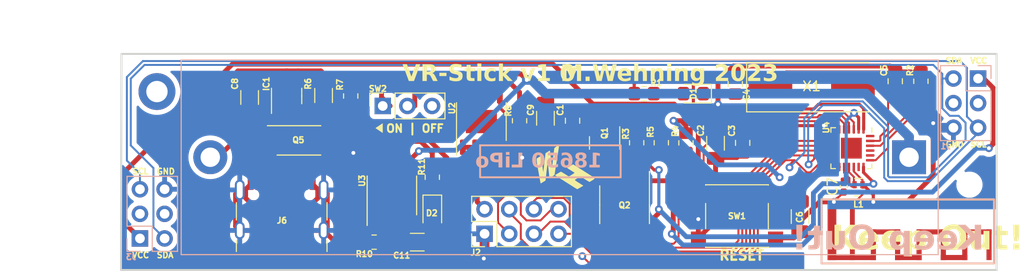
<source format=kicad_pcb>
(kicad_pcb (version 20221018) (generator pcbnew)
  (layers (0 "F.Cu" signal) (31 "B.Cu" signal) (34 "B.Paste" user) (35 "F.Paste" user) (36 "B.SilkS" user "B.Silkscreen") (37 "F.SilkS" user "F.Silkscreen") (38 "B.Mask" user) (39 "F.Mask" user) (44 "Edge.Cuts" user))
  (net 0 "")
  (net 1 "GND")
  (net 2 "+3V3")
  (net 3 "Net-(U4-DEC1)")
  (net 4 "Net-(U4-DEC2)")
  (net 5 "/RST")
  (net 6 "/V_PA")
  (net 7 "-BATT")
  (net 8 "Net-(IC1-VDD)")
  (net 9 "Net-(C9-Pad2)")
  (net 10 "Net-(D1-A)")
  (net 11 "Net-(D2-K)")
  (net 13 "Net-(IC1-OD)")
  (net 14 "Net-(IC1-CS)")
  (net 15 "Net-(IC1-OC)")
  (net 17 "VBUS")
  (net 18 "/SD0")
  (net 21 "/MISO")
  (net 22 "/PROG")
  (net 23 "/CSN")
  (net 24 "/MOSI")
  (net 25 "/SCK")
  (net 28 "/B+")
  (net 29 "/ANT2")
  (net 30 "/ANT1")
  (net 32 "Net-(Q1-B)")
  (net 33 "Net-(Q1-C)")
  (net 35 "/LED")
  (net 36 "/CTRL")
  (net 37 "Net-(U2-CE)")
  (net 38 "Net-(U3-PROG)")
  (net 39 "Net-(U3-~{CHRG})")
  (net 44 "Net-(AE1-A)")
  (net 46 "/VUSB")
  (net 47 "Net-(U4-XC2)")
  (net 48 "Net-(U4-XC1)")
  (net 49 "Net-(U4-IREF)")
  (footprint "Package_SO:HTSOP-8-1EP_3.9x4.9mm_P1.27mm_EP2.4x3.2mm" (layer "F.Cu") (at 56.134 24.728 90)
    (fp_text reference "U2")
    (fp_text value "XC6220B331QR-G")
  )
  (footprint "LED_SMD:LED_0805_2012Metric_Pad1.15x1.40mm_HandSolder" (layer "F.Cu") (at 51.0794 34.1768 -90)
    (fp_text reference "D2")
    (fp_text value "RED")
  )
  (footprint "Capacitor_SMD:C_0805_2012Metric_Pad1.18x1.45mm_HandSolder" (layer "F.Cu") (at 82.296 20.8495 90)
    (fp_text reference "C4")
    (fp_text value "15pF")
  )
  (footprint "Capacitor_SMD:C_0805_2012Metric_Pad1.18x1.45mm_HandSolder" (layer "F.Cu") (at 98.7806 20.5624 -90)
    (fp_text reference "C5")
    (fp_text value "15pF")
  )
  (footprint "Capacitor_SMD:C_0805_2012Metric_Pad1.18x1.45mm_HandSolder" (layer "F.Cu") (at 83.058 26.924 90)
    (fp_text reference "C3")
    (fp_text value "33nF")
  )
  (footprint "Resistor_SMD:R_0805_2012Metric_Pad1.20x1.40mm_HandSolder" (layer "F.Cu") (at 101.4222 20.5624 -90)
    (fp_text reference "R2")
    (fp_text value "22k 1%")
  )
  (footprint "RF_Converter:Balun_Johanson_1.6x0.8mm" (layer "F.Cu") (at 94.996 31.496 180)
    (fp_text reference "L1")
    (fp_text value "~")
  )
  (footprint "Resistor_SMD:R_0805_2012Metric_Pad1.20x1.40mm_HandSolder" (layer "F.Cu") (at 72.136 26.9124 90)
    (fp_text reference "R3")
    (fp_text value "33k")
  )
  (footprint "Resistor_SMD:R_0805_2012Metric_Pad1.20x1.40mm_HandSolder" (layer "F.Cu") (at 77.216 26.924 -90)
    (fp_text reference "R4")
    (fp_text value "3.3k")
  )
  (footprint "FS8205A:SOP65P640X120-8N" (layer "F.Cu") (at 37.338 26.67)
    (fp_text reference "Q5")
    (fp_text value "FS8205A")
  )
  (footprint "Resistor_SMD:R_0805_2012Metric_Pad1.20x1.40mm_HandSolder" (layer "F.Cu") (at 74.676 26.9124 -90)
    (fp_text reference "R5")
    (fp_text value "100k")
  )
  (footprint "Capacitor_SMD:C_1206_3216Metric_Pad1.33x1.80mm_HandSolder" (layer "F.Cu") (at 62.738 24.384 90)
    (fp_text reference "C9")
    (fp_text value "100nF")
  )
  (footprint "Resistor_SMD:R_0805_2012Metric_Pad1.20x1.40mm_HandSolder" (layer "F.Cu") (at 72.898 21.844)
    (fp_text reference "R1")
    (fp_text value "180")
  )
  (footprint "Resistor_SMD:R_0805_2012Metric_Pad1.20x1.40mm_HandSolder" (layer "F.Cu") (at 60.071 24.638 -90)
    (fp_text reference "R8")
    (fp_text value "10k")
  )
  (footprint "Capacitor_SMD:C_0805_2012Metric_Pad1.18x1.45mm_HandSolder" (layer "F.Cu") (at 65.532 24.638 -90)
    (fp_text reference "C1")
    (fp_text value "100nF")
  )
  (footprint "Capacitor_SMD:C_1206_3216Metric_Pad1.33x1.80mm_HandSolder" (layer "F.Cu") (at 32.258 22.2388 -90)
    (fp_text reference "C8")
    (fp_text value "100nF")
  )
  (footprint "TP4056:SOP127P600X175-9N" (layer "F.Cu") (at 46.9138 32.348 90)
    (fp_text reference "U3")
    (fp_text value "TP4056")
  )
  (footprint "Resistor_SMD:R_0805_2012Metric_Pad1.20x1.40mm_HandSolder" (layer "F.Cu") (at 45.085 37.174 180)
    (fp_text reference "R10")
    (fp_text value "R_PROG")
  )
  (footprint "Crystal:Crystal_SMD_HC49-SD" (layer "F.Cu") (at 90.17 21.172)
    (fp_text reference "X1")
    (fp_text value "16MHz")
  )
  (footprint "Capacitor_SMD:C_1206_3216Metric_Pad1.33x1.80mm_HandSolder" (layer "F.Cu") (at 80.264 26.9632 90)
    (fp_text reference "C2")
    (fp_text value "100nF")
  )
  (footprint "Connector_PinSocket_2.54mm:PinSocket_1x03_P2.54mm_Vertical" (layer "F.Cu") (at 45.974 23.114 90)
    (fp_text reference "SW2")
    (fp_text value "POWER")
  )
  (footprint "Resistor_SMD:R_0805_2012Metric_Pad1.20x1.40mm_HandSolder" (layer "F.Cu") (at 51.0794 30.4684 90)
    (fp_text reference "R11")
    (fp_text value "180")
  )
  (footprint "Resistor_SMD:R_1206_3216Metric_Pad1.30x1.75mm_HandSolder" (layer "F.Cu") (at 39.878 22.0356 90)
    (fp_text reference "R6")
    (fp_text value "100")
  )
  (footprint "Capacitor_SMD:C_1206_3216Metric_Pad1.33x1.80mm_HandSolder" (layer "F.Cu") (at 49.53 37.174 180)
    (fp_text reference "C11")
    (fp_text value "100nF")
  )
  (footprint "Capacitor_SMD:C_0402_1005Metric_Pad0.74x0.62mm_HandSolder" (layer "F.Cu") (at 93.472 31.4365 90)
    (fp_text reference "C7")
    (fp_text value "2.2nF")
  )
  (footprint "Package_SO:SOIC-8_3.9x4.9mm_P1.27mm" (layer "F.Cu") (at 70.8914 33.3132 -90)
    (fp_text reference "Q2")
    (fp_text value "IRF7404")
  )
  (footprint "Package_DFN_QFN:QFN-24-1EP_4x4mm_P0.5mm_EP2.15x2.15mm" (layer "F.Cu") (at 94.2594 27.4712 -90)
    (fp_text reference "U4")
    (fp_text value "~")
  )
  (footprint "MountingHole:MountingHole_2.2mm_M2_DIN965" (layer "F.Cu") (at 106.426 31.242)
    (fp_text reference "REF**" hide)
    (fp_text value "MountingHole_2.2mm_M2_DIN965" hide)
  )
  (footprint "Capacitor_SMD:C_1206_3216Metric_Pad1.33x1.80mm_HandSolder" (layer "F.Cu") (at 88.9762 34.5324 -90)
    (fp_text reference "C6")
    (fp_text value "100nF")
  )
  (footprint "Package_TO_SOT_SMD:SOT-23" (layer "F.Cu") (at 68.834 26.9355 -90)
    (fp_text reference "Q1")
    (fp_text value "BC847")
  )
  (footprint "Package_TO_SOT_SMD:SOT-23-6" (layer "F.Cu") (at 36.068 22.0864 90)
    (fp_text reference "IC1")
    (fp_text value "DW01A")
  )
  (footprint "Connector_PinHeader_2.54mm:PinHeader_2x04_P2.54mm_Vertical" (layer "F.Cu") (at 56.4642 36.3104 90)
    (fp_text reference "J2")
    (fp_text value "Conn_02x04_Odd_Even" hide)
  )
  (footprint "Button_Switch_SMD:SW_Push_1P1T_NO_6x6mm_H9.5mm" (layer "F.Cu") (at 82.4738 34.4816)
    (fp_text reference "SW1")
    (fp_text value "RESET")
  )
  (footprint "Resistor_SMD:R_0805_2012Metric_Pad1.20x1.40mm_HandSolder" (layer "F.Cu") (at 42.672 22.0864 -90)
    (fp_text reference "R7")
    (fp_text value "1k")
  )
  (footprint "LED_SMD:LED_0805_2012Metric_Pad1.15x1.40mm_HandSolder" (layer "F.Cu") (at 77.978 21.844 180)
    (fp_text reference "D1")
    (fp_text value "BLUE")
  )
  (footprint "Connector_USB:USB_C_Receptacle_GCT_USB4105-xx-A_16P_TopMnt_Horizontal" (layer "F.Cu") (at 35.56 34.888)
    (fp_text reference "J6")
    (fp_text value "USB_C_Receptacle_PowerOnly_6P" hide)
  )
  (footprint "MountingHole:MountingHole_2.2mm_M2_DIN965_Pad_TopBottom" (layer "F.Cu") (at 22.7076 21.6292)
    (fp_text reference "REF**" hide)
    (fp_text value "MountingHole_2.2mm_M2_DIN965_Pad_TopBottom" hide)
  )
  (footprint "Battery:BatteryHolder_MPD_BH-18650-PC2" (layer "B.Cu") (at 100.203 28.411 180)
    (fp_text reference "J4" hide)
    (fp_text value "Conn_01x02_Pin")
  )
  (footprint "Connector_PinHeader_2.54mm:PinHeader_2x03_P2.54mm_Vertical" (layer "B.Cu") (at 107.315 20.283 180)
    (fp_text reference "J1")
    (fp_text value "I2C Port")
  )
  (footprint "Connector_PinHeader_2.54mm:PinHeader_2x03_P2.54mm_Vertical" (layer "B.Cu") (at 20.955 36.793)
    (fp_text reference "J3")
    (fp_text value "I2C Port")
  )
  (gr_poly (pts (xy 94.112 33.617) (xy 94.294416 33.236552) (xy 94.488 33.274) (xy 94.612 33.617)) (fill solid) (layer "F.Cu"))
  (gr_rect (start 91.81 38.527) (end 96.79 39.027) (fill solid) (layer "F.Cu"))
  (gr_rect (start 94.112 33.617) (end 94.612 39.027) (fill solid) (layer "F.Cu"))
  (gr_rect (start 103.47 35.857) (end 104 39.027) (fill solid) (layer "F.Cu"))
  (gr_rect (start 105.68 35.857) (end 108.71 36.377) (fill solid) (layer "F.Cu"))
  (gr_rect (start 105.68 35.857) (end 106.21 39.027) (fill solid) (layer "F.Cu"))
  (gr_rect (start 100.97 35.857) (end 101.5 39.027) (fill solid) (layer "F.Cu"))
  (gr_rect (start 98.76 35.857) (end 99.29 39.027) (fill solid) (layer "F.Cu"))
  (gr_rect (start 96.26 35.857) (end 99.29 36.377) (fill solid) (layer "F.Cu"))
  (gr_rect (start 98.76 38.497) (end 101.5 39.027) (fill solid) (layer "F.Cu"))
  (gr_rect (start 96.26 35.857) (end 96.79 39.027) (fill solid) (layer "F.Cu"))
  (gr_rect (start 100.97 35.857) (end 104 36.377) (fill solid) (layer "F.Cu"))
  (gr_rect (start 91.81 33.617) (end 92.71 39.027) (fill solid) (layer "F.Cu"))
  (gr_rect (start 103.47 38.497) (end 106.21 39.027) (fill solid) (layer "F.Cu"))
  (gr_rect (start 108.18 35.857) (end 108.71 39.027) (fill solid) (layer "F.Cu"))
  (gr_poly (pts (xy 91.81 33.617) (xy 92.072973 32.959012) (xy 92.967525 32.368608) (xy 92.511304 33.245268) (xy 92.71 33.617) (xy 92.202 33.782)) (fill solid) (layer "F.Cu"))
  (gr_rect (start 56.007 27.178) (end 70.485 30.48) (stroke (width 0.2)) (fill none) (layer "B.SilkS"))
  (gr_rect (start 91.186 32.766) (end 108.966 39.37) (stroke (width 0.2)) (fill none) (layer "B.SilkS"))
  (gr_poly (pts (xy 66.135349 29.486848) (xy 67.083551 30.086166) (xy 67.632561 30.432591) (xy 67.654032 30.446313) (xy 67.673529 30.459158) (xy 67.691133 30.471212) (xy 67.706924 30.482563) (xy 67.720986 30.493298) (xy 67.733398 30.503504) (xy 67.744242 30.513269) (xy 67.7536 30.522678) (xy 67.761552 30.53182) (xy 67.76818 30.540782) (xy 67.773565 30.54965) (xy 67.777789 30.558512) (xy 67.780933 30.567456) (xy 67.783078 30.576567) (xy 67.784306 30.585933) (xy 67.784697 30.595642) (xy 67.784579 30.600862) (xy 67.784213 30.605971) (xy 67.783573 30.610987) (xy 67.782637 30.615932) (xy 67.781381 30.620825) (xy 67.779784 30.625687) (xy 67.77782 30.630537) (xy 67.775467 30.635397) (xy 67.772703 30.640286) (xy 67.769503 30.645225) (xy 67.765845 30.650233) (xy 67.761704 30.655332) (xy 67.757059 30.66054) (xy 67.751886 30.66588) (xy 67.746162 30.67137) (xy 67.739863 30.677031) (xy 67.732967 30.682884) (xy 67.725449 30.688948) (xy 67.717288 30.695243) (xy 67.708459 30.701791) (xy 67.688708 30.715723) (xy 67.666009 30.730906) (xy 67.640177 30.747502) (xy 67.611026 30.765672) (xy 67.578372 30.785578) (xy 67.542028 30.807384) (xy 67.446163 30.864234) (xy 67.364533 30.912059) (xy 67.305783 30.945833) (xy 67.278558 30.960531) (xy 67.27691 30.960594) (xy 67.274134 30.959922) (xy 67.265311 30.956446) (xy 67.252328 30.950245) (xy 67.235423 30.941458) (xy 67.190803 30.916694) (xy 67.133356 30.883281) (xy 67.064991 30.842346) (xy 66.987616 30.795018) (xy 66.903139 30.742422) (xy 66.813466 30.685687) (xy 66.638869 30.575646) (xy 66.491914 30.485447) (xy 66.388048 30.424406) (xy 66.357101 30.40773) (xy 66.347718 30.403363) (xy 66.342718 30.401836) (xy 66.332328 30.404969) (xy 66.312687 30.414084) (xy 66.250736 30.447202) (xy 66.16703 30.495073) (xy 66.071735 30.551579) (xy 65.975017 30.610606) (xy 65.887041 30.666036) (xy 65.817973 30.711752) (xy 65.793706 30.729056) (xy 65.777977 30.741638) (xy 65.775603 30.74418) (xy 65.774664 30.745535) (xy 65.773896 30.746951) (xy 65.773302 30.74843) (xy 65.772888 30.749975) (xy 65.772656 30.75159) (xy 65.772611 30.753278) (xy 65.772758 30.755042) (xy 65.773099 30.756885) (xy 65.774384 30.760819) (xy 65.776498 30.765106) (xy 65.779473 30.769771) (xy 65.783342 30.774839) (xy 65.788137 30.780334) (xy 65.793892 30.786281) (xy 65.800637 30.792705) (xy 65.808406 30.79963) (xy 65.817232 30.807082) (xy 65.827145 30.815086) (xy 65.83818 30.823665) (xy 65.850368 30.832846) (xy 65.863742 30.842652) (xy 65.894177 30.86424) (xy 65.929744 30.888629) (xy 65.970703 30.916017) (xy 66.017314 30.946603) (xy 66.069835 30.980583) (xy 66.128526 31.018158) (xy 66.193647 31.059526) (xy 66.64489 31.345287) (xy 66.344035 31.525716) (xy 66.225435 31.595773) (xy 66.124917 31.653144) (xy 66.084756 31.675222) (xy 66.053095 31.691908) (xy 66.031262 31.702462) (xy 66.024445 31.705209) (xy 66.020582 31.706145) (xy 66.016566 31.705069) (xy 66.0093 31.701914) (xy 65.985742 31.689788) (xy 65.951354 31.670616) (xy 65.907584 31.64525) (xy 65.855881 31.61454) (xy 65.797691 31.579335) (xy 65.734463 31.540486) (xy 65.667643 31.498844) (xy 63.715125 30.263593) (xy 63.715734 30.261632) (xy 63.719704 30.257789) (xy 63.73686 30.244973) (xy 63.802007 30.202377) (xy 63.896768 30.143951) (xy 64.007347 30.077841) (xy 64.119946 30.012192) (xy 64.220766 29.955151) (xy 64.296012 29.914862) (xy 64.319732 29.903546) (xy 64.331884 29.899473) (xy 64.336564 29.900677) (xy 64.345007 29.904312) (xy 64.357003 29.910254) (xy 64.372343 29.918379) (xy 64.412214 29.940685) (xy 64.462944 29.970237) (xy 64.522853 30.006045) (xy 64.590266 30.047118) (xy 64.663504 30.092465) (xy 64.740889 30.141094) (xy 64.891105 30.23511) (xy 65.01732 30.312102) (xy 65.106282 30.364123) (xy 65.132652 30.378286) (xy 65.140585 30.381972) (xy 65.14474 30.383228) (xy 65.158851 30.379292) (xy 65.183394 30.368146) (xy 65.257431 30.328209) (xy 65.354165 30.271389) (xy 65.460909 30.205653) (xy 65.564976 30.138971) (xy 65.65368 30.079311) (xy 65.688306 30.054605) (xy 65.714334 30.034643) (xy 65.730178 30.020421) (xy 65.733785 30.015774) (xy 65.734252 30.012935) (xy 65.730994 30.009579) (xy 65.724055 30.003974) (xy 65.699924 29.986531) (xy 65.663432 29.961639) (xy 65.616152 29.930328) (xy 65.559658 29.893628) (xy 65.495523 29.852573) (xy 65.425321 29.808192) (xy 65.350625 29.761517) (xy 65.206762 29.670564) (xy 65.088951 29.593091) (xy 65.043614 29.561974) (xy 65.009349 29.537304) (xy 64.987676 29.520107) (xy 64.982036 29.514632) (xy 64.980113 29.511409) (xy 64.980508 29.510158) (xy 64.98168 29.508464) (xy 64.986276 29.503802) (xy 64.993748 29.497524) (xy 65.00394 29.48973) (xy 65.016697 29.480522) (xy 65.031864 29.470001) (xy 65.068813 29.44542) (xy 65.113545 29.416795) (xy 65.164825 29.384933) (xy 65.221412 29.35064) (xy 65.282068 29.314723) (xy 65.584022 29.137946)) (fill solid) (layer "F.SilkS"))
  (gr_rect (start 91.186 32.766) (end 108.966 39.37) (stroke (width 0.2)) (fill none) (layer "F.SilkS"))
  (gr_poly (pts (xy 45.974 25.908) (xy 45.212 25.4) (xy 45.974 24.892)) (fill solid) (layer "F.SilkS"))
  (gr_poly (pts (xy 64.15368 27.140268) (xy 64.150585 27.172613) (xy 64.138248 27.26185) (xy 64.089635 27.586298) (xy 64.015407 28.064199) (xy 63.923128 28.646142) (xy 63.754 29.718) (xy 63.683655 30.192915) (xy 63.683422 30.196255) (xy 63.682719 30.199766) (xy 63.681543 30.203451) (xy 63.679889 30.207313) (xy 63.677752 30.211356) (xy 63.675128 30.215584) (xy 63.672012 30.219999) (xy 63.668402 30.224606) (xy 63.66429 30.229408) (xy 63.659675 30.234409) (xy 63.65455 30.239611) (xy 63.648913 30.245019) (xy 63.63608 30.256465) (xy 63.621141 30.268775) (xy 63.604061 30.281976) (xy 63.584806 30.296098) (xy 63.563339 30.311167) (xy 63.539625 30.327212) (xy 63.51363 30.34426) (xy 63.485318 30.362341) (xy 63.454655 30.381481) (xy 63.421604 30.40171) (xy 63.159553 30.560684) (xy 63.14655 30.4918) (xy 63.14241 30.462977) (xy 63.135595 30.407119) (xy 63.115381 30.227474) (xy 63.08879 29.979216) (xy 63.058704 29.688697) (xy 63.028547 29.40362) (xy 63.001762 29.170178) (xy 62.981261 29.012461) (xy 62.974277 28.969527) (xy 62.969956 28.954558) (xy 62.968011 28.959335) (xy 62.965082 28.973338) (xy 62.956511 29.027131) (xy 62.944718 29.112167) (xy 62.93018 29.224673) (xy 62.894768 29.517013) (xy 62.854076 29.873985) (xy 62.779119 30.528134) (xy 62.754032 30.730911) (xy 62.742105 30.809877) (xy 62.740089 30.812152) (xy 62.736172 30.815519) (xy 62.730458 30.819911) (xy 62.72305 30.825263) (xy 62.703569 30.838575) (xy 62.678558 30.854923) (xy 62.648847 30.873772) (xy 62.615265 30.894589) (xy 62.578643 30.91684) (xy 62.53981 30.939991) (xy 62.387539 31.030774) (xy 62.328409 31.06662) (xy 62.29148 31.089559) (xy 62.282047 31.095524) (xy 62.273689 31.100501) (xy 62.269884 31.102589) (xy 62.266314 31.104395) (xy 62.262966 31.105905) (xy 62.259828 31.107108) (xy 62.256891 31.107992) (xy 62.254141 31.108544) (xy 62.251568 31.108753) (xy 62.249159 31.108606) (xy 62.246904 31.108092) (xy 62.24479 31.107197) (xy 62.242806 31.105911) (xy 62.240942 31.104221) (xy 62.239184 31.102115) (xy 62.237522 31.09958) (xy 62.235944 31.096605) (xy 62.234438 31.093178) (xy 62.232993 31.089286) (xy 62.231598 31.084918) (xy 62.23024 31.080061) (xy 62.228909 31.074704) (xy 62.226279 31.062437) (xy 62.223616 31.048023) (xy 62.220827 31.031363) (xy 62.21782 31.012362) (xy 62.21782 31.012363) (xy 62.151229 30.641991) (xy 62.015882 29.910479) (xy 61.93676 29.473662) (xy 61.879041 29.127569) (xy 61.85852 28.990538) (xy 61.843723 28.878581) (xy 61.834776 28.792497) (xy 61.831804 28.733083) (xy 61.832036 28.544374) (xy 62.056344 28.406061) (xy 62.127915 28.362167) (xy 62.182598 28.329621) (xy 62.204374 28.317348) (xy 62.222848 28.307603) (xy 62.238327 28.300286) (xy 62.251118 28.295292) (xy 62.261527 28.29252) (xy 62.265934 28.291934) (xy 62.26986 28.291866) (xy 62.273345 28.292301) (xy 62.276426 28.293228) (xy 62.279141 28.294633) (xy 62.281529 28.296504) (xy 62.283628 28.298827) (xy 62.285477 28.30159) (xy 62.288577 28.308384) (xy 62.291134 28.316784) (xy 62.293457 28.326686) (xy 62.305887 28.408987) (xy 62.330268 28.589507) (xy 62.363078 28.841601) (xy 62.400794 29.13863) (xy 62.45437 29.554075) (xy 62.490562 29.805276) (xy 62.502944 29.874236) (xy 62.511945 29.908075) (xy 62.515279 29.912444) (xy 62.517889 29.908775) (xy 62.521097 29.878315) (xy 62.530471 29.790789) (xy 62.554806 29.580182) (xy 62.633591 28.916028) (xy 62.744476 27.991224) (xy 62.967479 27.851438) (xy 63.054562 27.797657) (xy 63.126818 27.754558) (xy 63.155035 27.738383) (xy 63.176724 27.726521) (xy 63.190945 27.71952) (xy 63.194961 27.718014) (xy 63.196758 27.717928) (xy 63.200001 27.735389) (xy 63.206859 27.782995) (xy 63.229722 27.955519) (xy 63.261955 28.209249) (xy 63.300164 28.517935) (xy 63.371778 29.081563) (xy 63.395911 29.255398) (xy 63.403516 29.303778) (xy 63.407561 29.322067) (xy 63.409475 29.323652) (xy 63.410423 29.324145) (xy 63.411367 29.32442) (xy 63.41231 29.324463) (xy 63.413254 29.324259) (xy 63.4142 29.323795) (xy 63.41515 29.323057) (xy 63.417073 29.320702) (xy 63.419038 29.317082) (xy 63.42106 29.312086) (xy 63.423157 29.3056) (xy 63.425343 29.297514) (xy 63.427636 29.287714) (xy 63.43005 29.27609) (xy 63.432601 29.262529) (xy 63.438181 29.229148) (xy 63.444504 29.186676) (xy 63.451695 29.134216) (xy 63.459884 29.070873) (xy 63.469198 28.99575) (xy 63.479763 28.907951) (xy 63.505161 28.690744) (xy 63.537099 28.412083) (xy 63.609165 27.793614) (xy 63.646871 27.495594) (xy 63.647975 27.490526) (xy 63.649368 27.485478) (xy 63.651067 27.480437) (xy 63.653086 27.475391) (xy 63.655442 27.470326) (xy 63.658149 27.465228) (xy 63.661223 27.460086) (xy 63.664679 27.454885) (xy 63.668534 27.449613) (xy 63.672801 27.444256) (xy 63.677497 27.438803) (xy 63.682637 27.433238) (xy 63.688237 27.42755) (xy 63.694311 27.421725) (xy 63.700876 27.41575) (xy 63.707946 27.409612) (xy 63.723666 27.396795) (xy 63.741594 27.38317) (xy 63.761853 27.36863) (xy 63.784567 27.353072) (xy 63.809858 27.336391) (xy 63.837851 27.318481) (xy 63.868669 27.299239) (xy 63.902435 27.27856) (xy 63.951295 27.24917) (xy 63.997229 27.222104) (xy 64.039206 27.197928) (xy 64.076197 27.177211) (xy 64.10717 27.160519) (xy 64.131095 27.14842) (xy 64.146942 27.14148) (xy 64.151514 27.140123)) (fill solid) (layer "F.SilkS"))
  (gr_poly (pts (xy 19.05 19.648) (xy 19.05 17.743) (xy 109.22 17.743) (xy 109.22 40.0442) (xy 18.9992 40.0442)) (stroke (width 0.2)) (fill none) (layer "Edge.Cuts"))
  (gr_text "Keep Out!" (at 107.95 38.354) (layer "B.SilkS") (effects (font (size 2.5 2.5) (thickness 0.3) bold) (justify left bottom mirror)))
  (gr_text "18650 LiPo" (at 68.58 29.718) (layer "B.SilkS") (effects (font (size 1.5 1.5) (thickness 0.3) bold) (justify left bottom mirror)))
  (gr_text "SDA" (at 22.606 38.862) (layer "F.SilkS") (effects (font (size 0.6 0.6) (thickness 0.15) bold) (justify left bottom)))
  (gr_text "M.Wehning 2023" (at 64.262 20.828) (layer "F.SilkS") (effects (font (size 1.7 1.7) (thickness 0.3) bold) (justify left bottom)))
  (gr_text "SCL" (at 106.426 27.432) (layer "F.SilkS") (effects (font (size 0.6 0.6) (thickness 0.15) bold) (justify left bottom)))
  (gr_text "VR-Stick v1 0 " (at 48.006 20.828) (layer "F.SilkS") (effects (font (size 1.7 1.7) (thickness 0.3) bold) (justify left bottom)))
  (gr_text "GND" (at 103.886 27.432) (layer "F.SilkS") (effects (font (size 0.6 0.6) (thickness 0.15) bold) (justify left bottom)))
  (gr_text "SDA" (at 103.886 18.796) (layer "F.SilkS") (effects (font (size 0.6 0.6) (thickness 0.15) bold) (justify left bottom)))
  (gr_text "GND" (at 22.606 30.226) (layer "F.SilkS") (effects (font (size 0.6 0.6) (thickness 0.15) bold) (justify left bottom)))
  (gr_text "ON | OFF" (at 46.228 25.908) (layer "F.SilkS") (effects (font (size 0.8 0.8) (thickness 0.2) bold) (justify left bottom)))
  (gr_text "Keep Out!" (at 92.202 38.354) (layer "F.SilkS") (effects (font (size 2.5 2.5) (thickness 0.3) bold) (justify left bottom)))
  (gr_text "RESET" (at 80.518 39.116) (layer "F.SilkS") (effects (font (size 1 1) (thickness 0.25) bold) (justify left bottom)))
  (gr_text "SCL" (at 20.066 30.226) (layer "F.SilkS") (effects (font (size 0.6 0.6) (thickness 0.15) bold) (justify left bottom)))
  (gr_text "VCC" (at 106.426 18.796) (layer "F.SilkS") (effects (font (size 0.6 0.6) (thickness 0.15) bold) (justify left bottom)))
  (gr_text "VCC" (at 20.066 38.862) (layer "F.SilkS") (effects (font (size 0.6 0.6) (thickness 0.15) bold) (justify left bottom)))
  (segment (start 93.472 32.004) (end 93.077975 32.398025) (width 0.2) (layer "F.Cu") (net 1))
  (segment (start 44.085 37.174) (end 41.091 37.174) (width 0.5) (layer "F.Cu") (net 1))
  (segment (start 59.27425 27.378) (end 58.039 27.378) (width 0.5) (layer "F.Cu") (net 1))
  (segment (start 47.9806 35.2548) (end 47.5488 34.823) (width 0.5) (layer "F.Cu") (net 1))
  (segment (start 42.203314 28.702) (end 42.945657 27.959657) (width 0.5) (layer "F.Cu") (net 1))
  (segment (start 82.0956 19.6116) (end 82.0956 18.9964) (width 0.5) (layer "F.Cu") (net 1))
  (segment (start 47.9806 37.1609) (end 47.9806 35.2548) (width 0.5) (layer "F.Cu") (net 1))
  (segment (start 31.845 32.624726) (end 31.845 31.723) (width 0.5) (layer "F.Cu") (net 1))
  (segment (start 42.672 23.0864) (end 43.2562 23.6706) (width 0.5) (layer "F.Cu") (net 1))
  (segment (start 101.3874 19.5972) (end 101.4222 19.5624) (width 0.5) (layer "F.Cu") (net 1))
  (segment (start 43.241948 27.663366) (end 42.945657 27.959657) (width 0.5) (layer "F.Cu") (net 1))
  (segment (start 99.994 33.02) (end 102.6922 30.3218) (width 0.5) (layer "F.Cu") (net 1))
  (segment (start 34.458 26.995) (end 32.658 26.995) (width 0.5) (layer "F.Cu") (net 1))
  (segment (start 96.52 32.287495) (end 95.728505 31.496) (width 0.32) (layer "F.Cu") (net 1))
  (segment (start 92.653012 32.822987) (end 92.258987 33.217012) (width 0.2) (layer "F.Cu") (net 1))
  (segment (start 91.44 25.146) (end 86.448835 25.146) (width 0.32) (layer "F.Cu") (net 1))
  (segment (start 58.039 25.5408) (end 58.039 27.378) (width 0.5) (layer "F.Cu") (net 1))
  (segment (start 92.202 33.274) (end 92.202 38.608) (width 0.2) (layer "F.Cu") (net 1))
  (segment (start 44.62 38.524) (end 47.328 38.524) (width 0.5) (layer "F.Cu") (net 1))
  (segment (start 39.275 31.723) (end 39.275 32.624726) (width 0.5) (layer "F.Cu") (net 1))
  (segment (start 102.6922 22.3912) (end 102.6922 20.4608) (width 0.5) (layer "F.Cu") (net 1))
  (segment (start 32.328274 33.108) (end 31.845 32.624726) (width 0.5) (layer "F.Cu") (net 1))
  (segment (start 83.058 27.9615) (end 82.4938 28.5257) (width 0.32) (layer "F.Cu") (net 1))
  (segment (start 30.8102 32.2128) (end 31.24 31.783) (width 0.5) (layer "F.Cu") (net 1))
  (segment (start 80.518 20.574) (end 82.0956 18.9964) (width 0.5) (layer "F.Cu") (net 1))
  (segment (start 80.518 22.098) (end 80.518 20.574) (width 0.5) (layer "F.Cu") (net 1))
  (segment (start 32.36 28.40612) (end 32.65588 28.702) (width 0.5) (layer "F.Cu") (net 1))
  (segment (start 98.2521 18.9964) (end 98.7806 19.5249) (width 0.5) (layer "F.Cu") (net 1))
  (segment (start 67.818 23.622) (end 65.5535 23.622) (width 0.5) (layer "F.Cu") (net 1))
  (segment (start 47.9675 37.174) (end 47.9806 37.1609) (width 0.5) (layer "F.Cu") (net 1))
  (segment (start 67.884 25.998) (end 67.884 23.688) (width 0.5) (layer "F.Cu") (net 1))
  (segment (start 86.448835 25.146) (end 83.633335 27.9615) (width 0.32) (layer "F.Cu") (net 1))
  (segment (start 102.6922 24.892) (end 102.6922 22.3912) (width 0.5) (layer "F.Cu") (net 1))
  (segment (start 39.275 32.624726) (end 38.791726 33.108) (width 0.5) (layer "F.Cu") (net 1))
  (segment (start 58.039 24.872) (end 58.039 25.5408) (width 0.5) (layer "F.Cu") (net 1))
  (segment (start 62.738 25.9465) (end 62.738 24.892) (width 0.5) (layer "F.Cu") (net 1))
  (segment (start 90.981049 33.0175) (end 92.455999 33.0175) (width 0.5) (layer "F.Cu") (net 1))
  (segment (start 38.791726 33.108) (end 32.328274 33.108) (width 0.5) (layer "F.Cu") (net 1))
  (segment (start 39.88 35.963) (end 40.259 35.584) (width 0.5) (layer "F.Cu") (net 1))
  (segment (start 47.328 38.524) (end 47.9675 37.8845) (width 0.5) (layer "F.Cu") (net 1))
  (segment (start 101.7938 19.5624) (end 101.4222 19.5624) (width 0.5) (layer "F.Cu") (net 1))
  (segment (start 74.676 24.384) (end 73.914 23.622) (width 0.5) (layer "F.Cu") (net 1))
  (segment (start 60.34425 28.448) (end 59.27425 27.378) (width 0.5) (layer "F.Cu") (net 1))
  (segment (start 32.36 31.208) (end 32.36 30.133) (width 0.5) (layer "F.Cu") (net 1))
  (segment (start 92.15785 25.146) (end 92.54555 25.5337) (width 0.25) (layer "F.Cu") (net 1))
  (segment (start 82.0956 18.9964) (end 98.2521 18.9964) (width 0.5) (layer "F.Cu") (net 1))
  (segment (start 88.9762 35.022349) (end 90.981049 33.0175) (width 0.5) (layer "F.Cu") (net 1))
  (segment (start 43.241948 24.031052) (end 43.241948 27.663366) (width 0.5) (layer "F.Cu") (net 1))
  (segment (start 82.296 19.812) (end 82.0956 19.6116) (width 0.5) (layer "F.Cu") (net 1))
  (segment (start 91.44 25.146) (end 92.15785 25.146) (width 0.25) (layer "F.Cu") (net 1))
  (segment (start 32.36 27.293) (end 32.36 28.40612) (width 0.5) (layer "F.Cu") (net 1))
  (segment (start 80.518 21.844) (end 80.518 22.098) (width 0.5) (layer "F.Cu") (net 1))
  (segment (start 39.88 31.783) (end 39.82 31.723) (width 0.5) (layer "F.Cu") (net 1))
  (segment (start 62.738 24.892) (end 64.0295 23.6005) (width 0.5) (layer "F.Cu") (net 1))
  (segment (start 93.3175 32.1585) (end 92.6105 32.8655) (width 0.2) (layer "F.Cu") (net 1))
  (segment (start 57.895 24.728) (end 58.039 24.872) (width 0.5) (layer "F.Cu") (net 1))
  (segment (start 38.76 31.208) (end 39.275 31.723) (width 0.5) (layer "F.Cu") (net 1))
  (segment (start 43.2562 23.6706) (end 43.2562 24.0168) (width 0.5) (layer "F.Cu") (net 1))
  (segment (start 78.4988 36.7316) (end 80.264 34.9664) (width 0.5) (layer "F.Cu") (net 1))
  (segment (start 31.845 31.723) (end 32.36 31.208) (width 0.5) (layer "F.Cu") (net 1))
  (segment (start 98.8529 19.5972) (end 101.3874 19.5972) (width 0.5) (layer "F.Cu") (net 1))
  (segment (start 88.3395 36.7316) (end 88.9762 36.0949) (width 0.5) (layer "F.Cu") (net 1))
  (segment (start 32.658 26.995) (end 32.36 27.293) (width 0.5) (layer "F.Cu") (net 1))
  (segment (start 65.5535 23.622) (end 65.532 23.6005) (width 0.5) (layer "F.Cu") (net 1))
  (segment (start 95.728505 31.496) (end 95.406 31.496) (width 0.32) (layer "F.Cu") (net 1))
  (segment (start 39.82 31.723) (end 39.275 31.723) (width 0.5) (layer "F.Cu") (net 1))
  (segment (start 79.003 21.844) (end 80.518 21.844) (width 0.5) (layer "F.Cu") (net 1))
  (segment (start 44.085 37.989) (end 44.62 38.524) (width 0.5) (layer "F.Cu") (net 1))
  (segment (start 44.085 35.7468) (end 45.0088 34.823) (width 0.5) (layer "F.Cu") (net 1))
  (segment (start 62.738 26.05425) (end 62.738 25.9465) (width 0.5) (layer "F.Cu") (net 1))
  (segment (start 73.914 23.622) (end 67.0775 23.622) (width 0.5) (layer "F.Cu") (net 1))
  (segment (start 80.518 22.9435) (end 80.518 22.098) (width 0.5) (layer "F.Cu") (net 1))
  (segment (start 31.24 35.963) (end 30.8102 35.5332) (width 0.5) (layer "F.Cu") (net 1))
  (segment (start 56.4642 36.3104) (end 56.4642 38.7858) (width 1) (layer "F.Cu") (net 1))
  (segment (start 82.4938 28.5257) (end 80.264 28.5257) (width 0.32) (layer "F.Cu") (net 1))
  (segment (start 30.8102 35.5332) (end 30.8102 32.2128) (width 0.5) (layer "F.Cu") (net 1))
  (segment (start 88.9762 36.0949) (end 88.9762 35.022349) (width 0.5) (layer "F.Cu") (net 1))
  (segment (start 102.6922 30.3218) (end 102.6922 22.3912) (width 0.5) (layer "F.Cu") (net 1))
  (segment (start 31.24 31.783) (end 31.785 31.783) (width 0.5) (layer "F.Cu") (net 1))
  (segment (start 92.54555 25.5337) (end 93.0094 25.5337) (width 0.25) (layer "F.Cu") (net 1))
  (segment (start 96.52 33.02) (end 96.52 32.287495) (width 0.32) (layer "F.Cu") (net 1))
  (segment (start 102.6922 20.4608) (end 101.7938 19.5624) (width 0.5) (layer "F.Cu") (net 1))
  (segment (start 41.091 37.174) (end 39.88 35.963) (width 0.5) (layer "F.Cu") (net 1))
  (segment (start 32.65588 28.702) (end 42.203314 28.702) (width 0.5) (layer "F.Cu") (net 1))
  (segment (start 67.884 23.688) (end 67.818 23.622) (width 0.5) (layer "F.Cu") (net 1))
  (segment (start 47.9675 37.8845) (end 47.9675 37.174) (width 0.5) (layer "F.Cu") (net 1))
  (segment (start 60.34425 28.448) (end 62.738 26.05425) (width 0.5) (layer "F.Cu") (net 1))
  (segment (start 78.486 36.7188) (end 78.4988 36.7316) (width 0.5) (layer "F.Cu") (net 1))
  (segment (start 32.36 28.40612) (end 32.36 30.133) (width 0.5) (layer "F.Cu") (net 1))
  (segment (start 44.085 37.174) (end 44.085 35.7468) (width 0.5) (layer "F.Cu") (net 1))
  (segment (start 86.4488 36.7316) (end 88.3395 36.7316) (width 0.5) (layer "F.Cu") (net 1))
  (segment (start 74.676 25.9124) (end 74.676 24.384) (width 0.5) (layer "F.Cu") (net 1))
  (segment (start 83.633335 27.9615) (end 83.058 27.9615) (width 0.32) (layer "F.Cu") (net 1))
  (segment (start 96.52 33.02) (end 99.994 33.02) (width 0.5) (layer "F.Cu") (net 1))
  (segment (start 78.486 34.798) (end 78.486 36.7188) (width 0.5) (layer "F.Cu") (net 1))
  (segment (start 98.7806 19.5249) (end 98.8529 19.5972) (width 0.5) (layer "F.Cu") (net 1))
  (segment (start 64.0295 23.6005) (end 65.532 23.6005) (width 0.5) (layer "F.Cu") (net 1))
  (segment (start 31.785 31.783) (end 31.845 31.723) (width 0.5) (layer "F.Cu") (net 1))
  (segment (start 40.259 35.584) (end 40.259 32.162) (width 0.5) (layer "F.Cu") (net 1))
  (segment (start 40.259 32.162) (end 39.88 31.783) (width 0.5) (layer "F.Cu") (net 1))
  (segment (start 56.4642 38.7858) (end 56.388 38.862) (width 1) (layer "F.Cu") (net 1))
  (segment (start 56.134 24.728) (end 57.895 24.728) (width 0.5) (layer "F.Cu") (net 1))
  (segment (start 31.24 35.963) (end 39.88 35.963) (width 0.5) (layer "F.Cu") (net 1))
  (segment (start 43.2562 24.0168) (end 43.241948 24.031052) (width 0.5) (layer "F.Cu") (net 1))
  (segment (start 44.085 37.174) (end 44.085 37.989) (width 0.5) (layer "F.Cu") (net 1))
  (segment (start 80.264 34.9664) (end 80.264 28.5257) (width 0.5) (layer "F.Cu") (net 1))
  (via (at 92.455999 33.0175) (size 0.8) (drill 0.4) (layers "F.Cu" "B.Cu") (net 1))
  (via (at 56.388 38.862) (size 0.8) (drill 0.4) (layers "F.Cu" "B.Cu") (net 1))
  (via (at 78.486 34.798) (size 0.8) (drill 0.4) (layers "F.Cu" "B.Cu") (net 1))
  (via (at 42.945657 27.959657) (size 0.8) (drill 0.4) (layers "F.Cu" "B.Cu") (net 1))
  (via (at 96.52 33.02) (size 0.8) (drill 0.4) (layers "F.Cu" "B.Cu") (net 1))
  (via (at 102.6922 24.892) (size 0.8) (drill 0.4) (layers "F.Cu" "B.Cu") (net 1))
  (via (at 80.518 22.9435) (size 0.8) (drill 0.4) (layers "F.Cu" "B.Cu") (net 1))
  (via (at 91.44 25.146) (size 0.8) (drill 0.4) (layers "F.Cu" "B.Cu") (net 1))
  (via (at 60.34425 28.448) (size 0.8) (drill 0.4) (layers "F.Cu" "B.Cu") (net 1))
  (segment (start 104.775 25.363) (end 103.341 25.363) (width 1) (layer "B.Cu") (net 1))
  (segment (start 103.341 25.363) (end 103.124 25.146) (width 1) (layer "B.Cu") (net 1))
  (segment (start 55.71 29.7865) (end 55.71 30.4645) (width 0.5) (layer "F.Cu") (net 2))
  (segment (start 70.2564 34.4424) (end 70.2564 35.7882) (width 0.5) (layer "F.Cu") (net 2))
  (segment (start 68.9864 35.7882) (end 70.7266 35.7882) (width 0.5) (layer "F.Cu") (net 2))
  (segment (start 66.04 30.475) (end 66.04 26.1835) (width 0.5) (layer "F.Cu") (net 2))
  (segment (start 94.532308 23.831692) (end 95.0094 24.308784) (width 0.32) (layer "F.Cu") (net 2))
  (segment (start 66.289 30.475) (end 70.2564 34.4424) (width 0.5) (layer "F.Cu") (net 2))
  (segment (start 74.422 34.1626) (end 72.7964 35.7882) (width 0.5) (layer "F.Cu") (net 2))
  (segment (start 55.71 29.3) (end 55.71 29.7865) (width 0.5) (layer "F.Cu") (net 2))
  (segment (start 70.2564 35.7882) (end 68.9864 35.7882) (width 0.5) (layer "F.Cu") (net 2))
  (segment (start 70.7408 35.8024) (end 72.7822 35.8024) (width 0.5) (layer "F.Cu") (net 2))
  (segment (start 55.71 27.589) (end 55.499 27.378) (width 0.5) (layer "F.Cu") (net 2))
  (segment (start 96.534301 31.1545) (end 96.534301 30.996901) (width 0.32) (layer "F.Cu") (net 2))
  (segment (start 70.7266 35.7882) (end 70.7408 35.8024) (width 0.5) (layer "F.Cu") (net 2))
  (segment (start 74.422 33.782) (end 74.422 34.1626) (width 0.5) (layer "F.Cu") (net 2))
  (segment (start 95.5094 29.972) (end 95.5094 29.4087) (width 0.32) (layer "F.Cu") (net 2))
  (segment (start 55.71 30.4645) (end 55.7205 30.475) (width 0.5) (layer "F.Cu") (net 2))
  (segment (start 54.229 27.378) (end 55.499 27.378) (width 0.5) (layer "F.Cu") (net 2))
  (segment (start 55.7205 30.475) (end 66.04 30.475) (width 0.5) (layer "F.Cu") (net 2))
  (segment (start 55.71 33.0162) (end 55.71 29.7865) (width 0.5) (layer "F.Cu") (net 2))
  (segment (start 55.71 29.3) (end 55.71 27.589) (width 0.5) (layer "F.Cu") (net 2))
  (segment (start 66.04 30.475) (end 66.289 30.475) (width 0.5) (layer "F.Cu") (net 2))
  (segment (start 74.422 29.718) (end 73.9416 29.718) (width 0.32) (layer "F.Cu") (net 2))
  (segment (start 95.0094 24.308784) (end 95.0094 25.5337) (width 0.32) (layer "F.Cu") (net 2))
  (segment (start 96.534301 30.996901) (end 95.5094 29.972) (width 0.32) (layer "F.Cu") (net 2))
  (segment (start 66.04 26.1835) (end 65.532 25.6755) (width 0.5) (layer "F.Cu") (net 2))
  (segment (start 73.9416 29.718) (end 72.136 27.9124) (width 0.32) (layer "F.Cu") (net 2))
  (segment (start 56.4642 33.7704) (end 55.71 33.0162) (width 0.5) (layer "F.Cu") (net 2))
  (segment (start 72.7822 35.8024) (end 72.7964 35.7882) (width 0.5) (layer "F.Cu") (net 2))
  (via (at 74.422 29.718) (size 0.8) (drill 0.4) (layers "F.Cu" "B.Cu") (net 2))
  (via (at 74.422 33.782) (size 0.8) (drill 0.4) (layers "F.Cu" "B.Cu") (net 2))
  (via (at 94.532308 23.831692) (size 0.8) (drill 0.4) (layers "F.Cu" "B.Cu") (net 2))
  (via (at 96.534301 31.1545) (size 0.8) (drill 0.4) (layers "F.Cu" "B.Cu") (net 2))
  (segment (start 90.3478 32.10625) (end 91.30805 31.146) (width 0.5) (layer "B.Cu") (net 2))
  (segment (start 90.3478 35.3452) (end 90.3478 32.10625) (width 0.5) (layer "B.Cu") (net 2))
  (segment (start 93.726 31.146) (end 93.726 30.542) (width 0.5) (layer "B.Cu") (net 2))
  (segment (start 91.30805 31.146) (end 93.726 31.146) (width 0.5) (layer "B.Cu") (net 2))
  (segment (start 77.2552 36.6152) (end 89.0778 36.6152) (width 0.5) (layer "B.Cu") (net 2))
  (segment (start 89.0778 36.6152) (end 90.3478 35.3452) (width 0.5) (layer "B.Cu") (net 2))
  (segment (start 74.422 33.782) (end 77.2552 36.6152) (width 0.5) (layer "B.Cu") (net 2))
  (segment (start 96.446801 31.242) (end 93.822 31.242) (width 0.32) (layer "B.Cu") (net 2))
  (segment (start 93.726 24.638) (end 93.726 30.0986) (width 0.32) (layer "B.Cu") (net 2))
  (segment (start 96.534301 31.1545) (end 96.446801 31.242) (width 0.32) (layer "B.Cu") (net 2))
  (segment (start 94.532308 23.831692) (end 93.726 24.638) (width 0.32) (layer "B.Cu") (net 2))
  (segment (start 74.422 29.718) (end 74.422 33.782) (width 0.32) (layer "B.Cu") (net 2))
  (segment (start 93.726 30.542) (end 93.726 30.0986) (width 0.5) (layer "B.Cu") (net 2))
  (segment (start 93.822 31.242) (end 93.726 31.146) (width 0.32) (layer "B.Cu") (net 2))
  (segment (start 81.7787 23.886) (end 80.264 25.4007) (width 0.2) (layer "F.Cu") (net 3))
  (segment (start 90.57868 23.886) (end 81.7787 23.886) (width 0.2) (layer "F.Cu") (net 3))
  (segment (start 93.357371 23.646) (end 90.81868 23.646) (width 0.2) (layer "F.Cu") (net 3))
  (segment (start 94.5094 25.5337) (end 94.5094 24.798028) (width 0.2) (layer "F.Cu") (net 3))
  (segment (start 94.5094 24.798028) (end 93.357371 23.646) (width 0.2) (layer "F.Cu") (net 3))
  (segment (start 90.81868 23.646) (end 90.57868 23.886) (width 0.2) (layer "F.Cu") (net 3))
  (segment (start 90.984365 24.046) (end 90.744364 24.286) (width 0.2) (layer "F.Cu") (net 4))
  (segment (start 93.191686 24.046) (end 90.984365 24.046) (width 0.2) (layer "F.Cu") (net 4))
  (segment (start 83.058 25.146) (end 83.058 25.8865) (width 0.2) (layer "F.Cu") (net 4))
  (segment (start 90.744364 24.286) (end 83.918 24.286) (width 0.2) (layer "F.Cu") (net 4))
  (segment (start 94.0094 24.863714) (end 93.191686 24.046) (width 0.2) (layer "F.Cu") (net 4))
  (segment (start 94.0094 25.5337) (end 94.0094 24.863714) (width 0.2) (layer "F.Cu") (net 4))
  (segment (start 83.918 24.286) (end 83.058 25.146) (width 0.2) (layer "F.Cu") (net 4))
  (segment (start 86.4488 32.2316) (end 85.6624 32.2316) (width 0.2) (layer "F.Cu") (net 5))
  (segment (start 84.619999 37.84243) (end 82.724428 39.738) (width 0.2) (layer "F.Cu") (net 5))
  (segment (start 88.9254 32.258) (end 88.9254 31.7246) (width 0.32) (layer "F.Cu") (net 5))
  (segment (start 60.198 35.306) (end 59.0042 34.1122) (width 0.2) (layer "F.Cu") (net 5))
  (segment (start 88.9254 32.258) (end 88.9254 32.9191) (width 0.32) (layer "F.Cu") (net 5))
  (segment (start 85.6624 32.2316) (end 84.62 33.274) (width 0.2) (layer "F.Cu") (net 5))
  (segment (start 86.4488 32.2316) (end 88.899 32.2316) (width 0.2) (layer "F.Cu") (net 5))
  (segment (start 84.62 33.274) (end 84.619999 37.84243) (width 0.2) (layer "F.Cu") (net 5))
  (segment (start 59.0042 34.1122) (end 59.0042 33.7704) (width 0.2) (layer "F.Cu") (net 5))
  (segment (start 90.6331 29.972) (end 90.3791 30.226) (width 0.2) (layer "F.Cu") (net 5))
  (segment (start 88.899 32.2316) (end 88.9254 32.258) (width 0.2) (layer "F.Cu") (net 5))
  (segment (start 82.724428 39.738) (end 63.098727 39.738) (width 0.2) (layer "F.Cu") (net 5))
  (segment (start 88.9254 31.7246) (end 91.2413 29.4087) (width 0.32) (layer "F.Cu") (net 5))
  (segment (start 91.2413 29.4087) (end 93.0094 29.4087) (width 0.32) (layer "F.Cu") (net 5))
  (segment (start 63.098727 39.738) (end 60.198 36.837273) (width 0.2) (layer "F.Cu") (net 5))
  (segment (start 60.198 36.837273) (end 60.198 35.306) (width 0.2) (layer "F.Cu") (net 5))
  (segment (start 93.472 30.869) (end 93.942 30.869) (width 0.2) (layer "F.Cu") (net 6))
  (segment (start 94.586 31.496) (end 94.511 31.421) (width 0.2) (layer "F.Cu") (net 6))
  (segment (start 94.061 30.561) (end 93.5094 30.0094) (width 0.2) (layer "F.Cu") (net 6))
  (segment (start 94.061 31.208652) (end 94.061 30.988) (width 0.2) (layer "F.Cu") (net 6))
  (segment (start 94.511 31.421) (end 94.273348 31.421) (width 0.2) (layer "F.Cu") (net 6))
  (segment (start 93.5094 30.0094) (end 93.5094 29.4087) (width 0.2) (layer "F.Cu") (net 6))
  (segment (start 94.273348 31.421) (end 94.061 31.208652) (width 0.2) (layer "F.Cu") (net 6))
  (segment (start 94.061 30.988) (end 94.061 30.561) (width 0.2) (layer "F.Cu") (net 6))
  (segment (start 93.942 30.869) (end 94.061 30.988) (width 0.2) (layer "F.Cu") (net 6))
  (segment (start 33.782 20.6763) (end 34.8454 20.6763) (width 0.5) (layer "F.Cu") (net 7))
  (segment (start 33.3763 20.6763) (end 33.782 20.6763) (width 0.5) (layer "F.Cu") (net 7))
  (segment (start 28.203 28.411) (end 28.993 28.411) (width 0.5) (layer "F.Cu") (net 7))
  (segment (start 34.8454 20.6763) (end 35.118 20.9489) (width 0.5) (layer "F.Cu") (net 7))
  (segment (start 33.782 25.3786) (end 33.782 20.6763) (width 0.5) (layer "F.Cu") (net 7))
  (segment (start 28.993 28.411) (end 31.709 25.695) (width 0.5) (layer "F.Cu") (net 7))
  (segment (start 31.709 25.695) (end 34.458 25.695) (width 0.5) (layer "F.Cu") (net 7))
  (segment (start 33.3763 20.6763) (end 32.258 20.6763) (width 0.5) (layer "F.Cu") (net 7))
  (segment (start 36.068 19.498) (end 37.2618 19.498) (width 0.5) (layer "F.Cu") (net 8))
  (segment (start 40.2082 20.1052) (end 40.2082 20.4856) (width 0.5) (layer "F.Cu") (net 8))
  (segment (start 30.734 19.812) (end 31.048 19.498) (width 0.5) (layer "F.Cu") (net 8))
  (segment (start 31.048 19.498) (end 36.068 19.498) (width 0.5) (layer "F.Cu") (net 8))
  (segment (start 30.734 21.7562) (end 30.734 19.812) (width 0.5) (layer "F.Cu") (net 8))
  (segment (start 37.2618 19.498) (end 39.601 19.498) (width 0.5) (layer "F.Cu") (net 8))
  (segment (start 36.068 19.498) (end 36.068 20.9489) (width 0.5) (layer "F.Cu") (net 8))
  (segment (start 32.258 23.2802) (end 30.734 21.7562) (width 0.5) (layer "F.Cu") (net 8))
  (segment (start 32.258 23.8013) (end 32.258 23.2802) (width 0.5) (layer "F.Cu") (net 8))
  (segment (start 39.601 19.498) (end 40.2082 20.1052) (width 0.5) (layer "F.Cu") (net 8))
  (segment (start 55.917 20.828) (end 59.182 20.828) (width 0.5) (layer "F.Cu") (net 9))
  (segment (start 54.229 21.172) (end 54.229 22.078) (width 0.5) (layer "F.Cu") (net 9))
  (segment (start 60.69 23.638) (end 61.5065 22.8215) (width 0.5) (layer "F.Cu") (net 9))
  (segment (start 49.276 23.114) (end 49.276 21.045) (width 0.5) (layer "F.Cu") (net 9))
  (segment (start 54.229 22.078) (end 55.499 22.078) (width 0.5) (layer "F.Cu") (net 9))
  (segment (start 60.071 23.638) (end 60.69 23.638) (width 0.5) (layer "F.Cu") (net 9))
  (segment (start 55.499 22.078) (end 55.499 21.246) (width 0.5) (layer "F.Cu") (net 9))
  (segment (start 53.975 20.918) (end 54.229 21.172) (width 0.5) (layer "F.Cu") (net 9))
  (segment (start 49.403 20.918) (end 53.975 20.918) (width 0.5) (layer "F.Cu") (net 9))
  (segment (start 49.276 21.045) (end 49.403 20.918) (width 0.5) (layer "F.Cu") (net 9))
  (segment (start 59.182 20.828) (end 60.071 21.717) (width 0.5) (layer "F.Cu") (net 9))
  (segment (start 55.499 21.246) (end 55.917 20.828) (width 0.5) (layer "F.Cu") (net 9))
  (segment (start 61.5065 22.8215) (end 62.738 22.8215) (width 0.5) (layer "F.Cu") (net 9))
  (segment (start 60.071 21.717) (end 60.071 23.638) (width 0.5) (layer "F.Cu") (net 9))
  (segment (start 73.898 21.844) (end 76.953 21.844) (width 0.5) (layer "F.Cu") (net 10))
  (segment (start 51.0794 33.1518) (end 51.0794 31.4684) (width 0.5) (layer "F.Cu") (net 11))
  (segment (start 40.218 26.995) (end 38.455351 26.995) (width 0.32) (layer "F.Cu") (net 13))
  (segment (start 38.455351 26.995) (end 35.118 23.657649) (width 0.32) (layer "F.Cu") (net 13))
  (segment (start 35.118 23.657649) (end 35.118 23.2239) (width 0.32) (layer "F.Cu") (net 13))
  (segment (start 36.068 23.2239) (end 36.068 23.876) (width 0.2) (layer "F.Cu") (net 14))
  (segment (start 36.068 23.876) (end 36.83 24.638) (width 0.2) (layer "F.Cu") (net 14))
  (segment (start 41.608 21.6518) (end 42.1734 21.0864) (width 0.2) (layer "F.Cu") (net 14))
  (segment (start 42.1734 21.0864) (end 42.672 21.0864) (width 0.2) (layer "F.Cu") (net 14))
  (segment (start 36.83 24.638) (end 41.0094 24.638) (width 0.2) (layer "F.Cu") (net 14))
  (segment (start 41.0094 24.638) (end 41.608 24.0394) (width 0.2) (layer "F.Cu") (net 14))
  (segment (start 41.608 24.0394) (end 41.608 21.6518) (width 0.2) (layer "F.Cu") (net 14))
  (segment (start 34.392 23.978) (end 34.392 22.281076) (width 0.32) (layer "F.Cu") (net 15))
  (segment (start 34.392 22.281076) (end 34.575076 22.098) (width 0.32) (layer "F.Cu") (net 15))
  (segment (start 35.285401 27.645) (end 35.598 27.332401) (width 0.32) (layer "F.Cu") (net 15))
  (segment (start 37.018 22.286) (end 37.018 23.2239) (width 0.32) (layer "F.Cu") (net 15))
  (segment (start 35.598 25.184) (end 34.392 23.978) (width 0.32) (layer "F.Cu") (net 15))
  (segment (start 34.575076 22.098) (end 36.83 22.098) (width 0.32) (layer "F.Cu") (net 15))
  (segment (start 36.83 22.098) (end 37.018 22.286) (width 0.32) (layer "F.Cu") (net 15))
  (segment (start 34.458 27.645) (end 35.285401 27.645) (width 0.32) (layer "F.Cu") (net 15))
  (segment (start 35.598 27.332401) (end 35.598 25.184) (width 0.32) (layer "F.Cu") (net 15))
  (segment (start 72.7964 30.8382) (end 75.692 30.8382) (width 0.5) (layer "F.Cu") (net 17))
  (segment (start 63.502 18.798) (end 67.626 22.922) (width 0.5) (layer "F.Cu") (net 17))
  (segment (start 75.7545 36.322) (end 75.904 36.1725) (width 0.5) (layer "F.Cu") (net 17))
  (segment (start 78.486 25.404051) (end 78.486 29.448182) (width 0.5) (layer "F.Cu") (net 17))
  (segment (start 76.011565 30.8382) (end 75.692 30.8382) (width 0.5) (layer "F.Cu") (net 17))
  (segment (start 107.3404 20.3084) (end 107.315 20.283) (width 0.5) (layer "F.Cu") (net 17))
  (segment (start 70.2564 30.8382) (end 72.7964 30.8382) (width 0.5) (layer "F.Cu") (net 17))
  (segment (start 19.431 29.845) (end 30.478 18.798) (width 0.5) (layer "F.Cu") (net 17))
  (segment (start 30.478 18.798) (end 63.502 18.798) (width 0.5) (layer "F.Cu") (net 17))
  (segment (start 20.955 36.793) (end 19.431 35.269) (width 0.5) (layer "F.Cu") (net 17))
  (segment (start 67.626 22.922) (end 76.003949 22.922) (width 0.5) (layer "F.Cu") (net 17))
  (segment (start 19.431 35.269) (end 19.431 29.845) (width 0.5) (layer "F.Cu") (net 17))
  (segment (start 108.4326 27.4712) (end 108.839 27.0648) (width 0.5) (layer "F.Cu") (net 17))
  (segment (start 77.992416 29.941766) (end 76.907999 29.941766) (width 0.5) (layer "F.Cu") (net 17))
  (segment (start 107.9246 20.3084) (end 107.3404 20.3084) (width 0.5) (layer "F.Cu") (net 17))
  (segment (start 76.907999 29.941766) (end 76.011565 30.8382) (width 0.5) (layer "F.Cu") (net 17))
  (segment (start 75.904 36.1725) (end 75.904 31.0502) (width 0.5) (layer "F.Cu") (net 17))
  (segment (start 108.839 21.2228) (end 107.9246 20.3084) (width 0.5) (layer "F.Cu") (net 17))
  (segment (start 76.003949 22.922) (end 78.486 25.404051) (width 0.5) (layer "F.Cu") (net 17))
  (segment (start 108.839 27.0648) (end 108.839 21.2228) (width 0.5) (layer "F.Cu") (net 17))
  (segment (start 78.486 29.448182) (end 77.992416 29.941766) (width 0.5) (layer "F.Cu") (net 17))
  (segment (start 75.904 31.0502) (end 75.692 30.8382) (width 0.5) (layer "F.Cu") (net 17))
  (via (at 108.4326 27.4712) (size 0.8) (drill 0.4) (layers "F.Cu" "B.Cu") (net 17))
  (via (at 75.7545 36.322) (size 0.8) (drill 0.4) (layers "F.Cu" "B.Cu") (net 17))
  (segment (start 91.0478 32.3962) (end 91.44 32.004) (width 0.5) (layer "B.Cu") (net 17))
  (segment (start 102.616 32.004) (end 107.1488 27.4712) (width 0.5) (layer "B.Cu") (net 17))
  (segment (start 89.21825 37.4647) (end 91.0478 35.63515) (width 0.5) (layer "B.Cu") (net 17))
  (segment (start 91.44 32.004) (end 102.616 32.004) (width 0.5) (layer "B.Cu") (net 17))
  (segment (start 75.7545 36.322) (end 76.8972 37.4647) (width 0.5) (layer "B.Cu") (net 17))
  (segment (start 76.8972 37.4647) (end 89.21825 37.4647) (width 0.5) (layer "B.Cu") (net 17))
  (segment (start 91.0478 35.63515) (end 91.0478 32.3962) (width 0.5) (layer "B.Cu") (net 17))
  (segment (start 107.1488 27.4712) (end 108.4326 27.4712) (width 0.5) (layer "B.Cu") (net 17))
  (segment (start 90.027462 29.972) (end 89.662 29.972) (width 0.2) (layer "F.Cu") (net 18))
  (segment (start 91.050762 28.9487) (end 90.027462 29.972) (width 0.2) (layer "F.Cu") (net 18))
  (segment (start 89.662 29.972) (end 88.4112 28.7212) (width 0.2) (layer "F.Cu") (net 18))
  (segment (start 87.884 29.186788) (end 88.349588 28.7212) (width 0.2) (layer "F.Cu") (net 18))
  (segment (start 67.24707 39.338) (end 68.58 39.338) (width 0.2) (layer "F.Cu") (net 18))
  (segment (start 68.58 39.338) (end 68.326 39.338) (width 0.2) (layer "F.Cu") (net 18))
  (segment (start 84.22 31.973372) (end 84.219999 37.676744) (width 0.2) (layer "F.Cu") (net 18))
  (segment (start 87.472172 28.7212) (end 88.349588 28.7212) (width 0.2) (layer "F.Cu") (net 18))
  (segment (start 87.884 29.464) (end 87.884 29.186788) (width 0.2) (layer "F.Cu") (net 18))
  (segment (start 92.3219 28.7212) (end 92.0944 28.9487) (width 0.2) (layer "F.Cu") (net 18))
  (segment (start 92.0944 28.9487) (end 91.050762 28.9487) (width 0.2) (layer "F.Cu") (net 18))
  (segment (start 82.558743 39.338) (end 68.58 39.338) (width 0.2) (layer "F.Cu") (net 18))
  (segment (start 88.4112 28.7212) (end 88.349588 28.7212) (width 0.2) (layer "F.Cu") (net 18))
  (segment (start 84.219999 37.676744) (end 82.558743 39.338) (width 0.2) (layer "F.Cu") (net 18))
  (segment (start 87.472172 28.7212) (end 84.22 31.973372) (width 0.2) (layer "F.Cu") (net 18))
  (segment (start 66.532535 38.623465) (end 67.24707 39.338) (width 0.2) (layer "F.Cu") (net 18))
  (via (at 87.884 29.464) (size 0.8) (drill 0.4) (layers "F.Cu" "B.Cu") (net 18))
  (via (at 66.532535 38.623465) (size 0.8) (drill 0.4) (layers "F.Cu" "B.Cu") (net 18))
  (segment (start 20.0088 20.296286) (end 20.0088 27.1918) (width 0.2) (layer "B.Cu") (net 18))
  (segment (start 103.625 20.835) (end 103.625 19.805) (width 0.2) (layer "B.Cu") (net 18))
  (segment (start 103.625 19.805) (end 102.698 18.878) (width 0.2) (layer "B.Cu") (net 18))
  (segment (start 22.345 35.643) (end 23.495 36.793) (width 0.2) (layer "B.Cu") (net 18))
  (segment (start 104.775 20.283) (end 104.566 20.283) (width 0.2) (layer "B.Cu") (net 18))
  (segment (start 21.427086 18.878) (end 20.0088 20.296286) (width 0.2) (layer "B.Cu") (net 18))
  (segment (start 89.408 27.94) (end 89.408 24.384) (width 0.2) (layer "B.Cu") (net 18))
  (segment (start 91.148 22.644) (end 95.42663 22.644) (width 0.2) (layer "B.Cu") (net 18))
  (segment (start 98.044 25.26137) (end 98.044 30.352) (width 0.2) (layer "B.Cu") (net 18))
  (segment (start 102.171 30.48) (end 106.026 26.625) (width 0.2) (layer "B.Cu") (net 18))
  (segment (start 104.394 24.13) (end 103.625 23.361) (width 0.2) (layer "B.Cu") (net 18))
  (segment (start 87.884 29.464) (end 89.408 27.94) (width 0.2) (layer "B.Cu") (net 18))
  (segment (start 22.345 29.528) (end 22.345 35.643) (width 0.2) (layer "B.Cu") (net 18))
  (segment (start 106.026 26.625) (end 106.026 24.843) (width 0.2) (layer "B.Cu") (net 18))
  (segment (start 103.662 20.283) (end 104.775 20.283) (width 0.2) (layer "B.Cu") (net 18))
  (segment (start 103.625 20.32) (end 103.662 20.283) (width 0.2) (layer "B.Cu") (net 18))
  (segment (start 20.0088 27.1918) (end 22.345 29.528) (width 0.2) (layer "B.Cu") (net 18))
  (segment (start 95.42663 22.644) (end 98.044 25.26137) (width 0.2) (layer "B.Cu") (net 18))
  (segment (start 98.172 30.48) (end 102.171 30.48) (width 0.2) (layer "B.Cu") (net 18))
  (segment (start 98.044 30.352) (end 98.172 30.48) (width 0.2) (layer "B.Cu") (net 18))
  (segment (start 106.026 24.843) (end 105.313 24.13) (width 0.2) (layer "B.Cu") (net 18))
  (segment (start 103.625 20.835) (end 103.625 20.32) (width 0.2) (layer "B.Cu") (net 18))
  (segment (start 102.698 18.878) (end 21.427086 18.878) (width 0.2) (layer "B.Cu") (net 18))
  (segment (start 103.625 23.361) (end 103.625 20.835) (width 0.2) (layer "B.Cu") (net 18))
  (segment (start 105.313 24.13) (end 104.394 24.13) (width 0.2) (layer "B.Cu") (net 18))
  (segment (start 89.408 24.384) (end 91.148 22.644) (width 0.2) (layer "B.Cu") (net 18))
  (segment (start 65.405029 36.3104) (end 64.0842 36.3104) (width 0.2) (layer "F.Cu") (net 21))
  (segment (start 82.393058 38.938) (end 68.032629 38.938) (width 0.2) (layer "F.Cu") (net 21))
  (segment (start 90.424 28.2212) (end 87.406486 28.2212) (width 0.2) (layer "F.Cu") (net 21))
  (segment (start 68.032629 38.938) (end 65.405029 36.3104) (width 0.2) (layer "F.Cu") (net 21))
  (segment (start 90.424 28.586218) (end 90.424 28.2212) (width 0.2) (layer "F.Cu") (net 21))
  (segment (start 92.3219 28.2212) (end 90.424 28.2212) (width 0.2) (layer "F.Cu") (net 21))
  (segment (start 87.406486 28.2212) (end 83.82 31.807686) (width 0.2) (layer "F.Cu") (net 21))
  (segment (start 89.858109 29.152109) (end 90.424 28.586218) (width 0.2) (layer "F.Cu") (net 21))
  (segment (start 83.82 31.807686) (end 83.819999 37.511058) (width 0.2) (layer "F.Cu") (net 21))
  (segment (start 83.819999 37.511058) (end 82.393058 38.938) (width 0.2) (layer "F.Cu") (net 21))
  (via (at 89.858109 29.152109) (size 0.8) (drill 0.4) (layers "F.Cu" "B.Cu") (net 21))
  (segment (start 89.808 29.102) (end 89.808 24.549686) (width 0.2) (layer "B.Cu") (net 21))
  (segment (start 20.955 31.713) (end 20.955 30.099) (width 0.2) (layer "B.Cu") (net 21))
  (segment (start 105.46 18.478) (end 106.165 19.183) (width 0.2) (layer "B.Cu") (net 21))
  (segment (start 97.644 30.517686) (end 98.006315 30.88) (width 0.2) (layer "B.Cu") (net 21))
  (segment (start 98.006315 30.88) (end 102.336685 30.88) (width 0.2) (layer "B.Cu") (net 21))
  (segment (start 95.260944 23.044) (end 97.644 25.427056) (width 0.2) (layer "B.Cu") (net 21))
  (segment (start 21.2614 18.478) (end 105.46 18.478) (width 0.2) (layer "B.Cu") (net 21))
  (segment (start 97.644 25.427056) (end 97.644 30.517686) (width 0.2) (layer "B.Cu") (net 21))
  (segment (start 89.808 24.549686) (end 91.313686 23.044) (width 0.2) (layer "B.Cu") (net 21))
  (segment (start 91.313686 23.044) (end 95.260944 23.044) (width 0.2) (layer "B.Cu") (net 21))
  (segment (start 20.955 30.099) (end 19.6088 28.7528) (width 0.2) (layer "B.Cu") (net 21))
  (segment (start 19.6088 28.7528) (end 19.6088 20.1306) (width 0.2) (layer "B.Cu") (net 21))
  (segment (start 106.165 19.183) (end 106.165 24.213) (width 0.2) (layer "B.Cu") (net 21))
  (segment (start 19.6088 20.1306) (end 21.2614 18.478) (width 0.2) (layer "B.Cu") (net 21))
  (segment (start 107.315 25.901686) (end 107.315 25.363) (width 0.2) (layer "B.Cu") (net 21))
  (segment (start 102.336685 30.88) (end 107.315 25.901686) (width 0.2) (layer "B.Cu") (net 21))
  (segment (start 89.858109 29.152109) (end 89.808 29.102) (width 0.2) (layer "B.Cu") (net 21))
  (segment (start 106.165 24.213) (end 107.315 25.363) (width 0.2) (layer "B.Cu") (net 21))
  (segment (start 77.135817 30.491766) (end 76.454 31.173583) (width 0.2) (layer "F.Cu") (net 22))
  (segment (start 76.454 36.83) (end 75.946 37.338) (width 0.2) (layer "F.Cu") (net 22))
  (segment (start 66.0342 32.898828) (end 64.885372 31.75) (width 0.2) (layer "F.Cu") (net 22))
  (segment (start 66.0342 34.5382) (end 66.0342 32.898828) (width 0.2) (layer "F.Cu") (net 22))
  (segment (start 78.220234 30.491766) (end 77.135817 30.491766) (width 0.2) (layer "F.Cu") (net 22))
  (segment (start 93.026 24.446) (end 91.15005 24.446) (width 0.2) (layer "F.Cu") (net 22))
  (segment (start 75.946 37.338) (end 68.834 37.338) (width 0.2) (layer "F.Cu") (net 22))
  (segment (start 57.8542 33.0778) (end 57.8542 35.1604) (width 0.2) (layer "F.Cu") (net 22))
  (segment (start 90.91005 24.686) (end 86.258297 24.686) (width 0.2) (layer "F.Cu") (net 22))
  (segment (start 93.5094 25.5337) (end 93.5094 24.9294) (width 0.2) (layer "F.Cu") (net 22))
  (segment (start 76.454 31.173583) (end 76.454 36.83) (width 0.2) (layer "F.Cu") (net 22))
  (segment (start 84.076297 26.868) (end 79.558 26.868) (width 0.2) (layer "F.Cu") (net 22))
  (segment (start 79.036 27.39) (end 79.036 29.675999) (width 0.2) (layer "F.Cu") (net 22))
  (segment (start 57.8542 35.1604) (end 59.0042 36.3104) (width 0.2) (layer "F.Cu") (net 22))
  (segment (start 91.15005 24.446) (end 90.91005 24.686) (width 0.2) (layer "F.Cu") (net 22))
  (segment (start 68.834 37.338) (end 66.0342 34.5382) (width 0.2) (layer "F.Cu") (net 22))
  (segment (start 64.885372 31.75) (end 59.182 31.75) (width 0.2) (layer "F.Cu") (net 22))
  (segment (start 93.5094 24.9294) (end 93.026 24.446) (width 0.2) (layer "F.Cu") (net 22))
  (segment (start 59.182 31.75) (end 57.8542 33.0778) (width 0.2) (layer "F.Cu") (net 22))
  (segment (start 86.258297 24.686) (end 84.076297 26.868) (width 0.2) (layer "F.Cu") (net 22))
  (segment (start 79.036 29.675999) (end 78.220234 30.491766) (width 0.2) (layer "F.Cu") (net 22))
  (segment (start 79.558 26.868) (end 79.036 27.39) (width 0.2) (layer "F.Cu") (net 22))
  (segment (start 61.9876 36.3104) (end 61.5442 36.3104) (width 0.2) (layer "F.Cu") (net 23))
  (segment (start 68.198315 38.538) (end 64.712315 35.052) (width 0.2) (layer "F.Cu") (net 23))
  (segment (start 92.3219 27.7212) (end 87.3408 27.7212) (width 0.2) (layer "F.Cu") (net 23))
  (segment (start 87.3408 27.7212) (end 83.42 31.642) (width 0.2) (layer "F.Cu") (net 23))
  (segment (start 64.712315 35.052) (end 63.246 35.052) (width 0.2) (layer "F.Cu") (net 23))
  (segment (start 83.42 37.345372) (end 82.22737 38.538) (width 0.2) (layer "F.Cu") (net 23))
  (segment (start 63.246 35.052) (end 61.9876 36.3104) (width 0.2) (layer "F.Cu") (net 23))
  (segment (start 83.42 31.642) (end 83.42 37.345372) (width 0.2) (layer "F.Cu") (net 23))
  (segment (start 82.22737 38.538) (end 68.198315 38.538) (width 0.2) (layer "F.Cu") (net 23))
  (segment (start 65.2342 35.0082) (end 65.2342 33.2302) (width 0.2) (layer "F.Cu") (net 24))
  (segment (start 64.6244 32.6204) (end 61.8676 32.6204) (width 0.2) (layer "F.Cu") (net 24))
  (segment (start 87.275114 27.2212) (end 83.02 31.476315) (width 0.2) (layer "F.Cu") (net 24))
  (segment (start 92.3219 27.2212) (end 87.275114 27.2212) (width 0.2) (layer "F.Cu") (net 24))
  (segment (start 83.02 31.476315) (end 83.02 37.179686) (width 0.2) (layer "F.Cu") (net 24))
  (segment (start 82.061685 38.138) (end 68.364001 38.138) (width 0.2) (layer "F.Cu") (net 24))
  (segment (start 68.364001 38.138) (end 65.2342 35.0082) (width 0.2) (layer "F.Cu") (net 24))
  (segment (start 61.5442 32.9438) (end 61.5442 33.7704) (width 0.2) (layer "F.Cu") (net 24))
  (segment (start 61.8676 32.6204) (end 61.5442 32.9438) (width 0.2) (layer "F.Cu") (net 24))
  (segment (start 65.2342 33.2302) (end 64.6244 32.6204) (width 0.2) (layer "F.Cu") (net 24))
  (segment (start 83.02 37.179686) (end 82.061685 38.138) (width 0.2) (layer "F.Cu") (net 24))
  (segment (start 65.6342 34.842514) (end 65.6342 33.064514) (width 0.2) (layer "F.Cu") (net 25))
  (segment (start 64.790085 32.2204) (end 60.4896 32.2204) (width 0.2) (layer "F.Cu") (net 25))
  (segment (start 87.209428 26.7212) (end 82.62 31.31063) (width 0.2) (layer "F.Cu") (net 25))
  (segment (start 65.6342 33.064514) (end 64.790085 32.2204) (width 0.2) (layer "F.Cu") (net 25))
  (segment (start 62.228271 34.928457) (end 63.386328 33.7704) (width 0.2) (layer "F.Cu") (net 25))
  (segment (start 63.386328 33.7704) (end 64.0842 33.7704) (width 0.2) (layer "F.Cu") (net 25))
  (segment (start 60.198 32.512) (end 60.198 34.3442) (width 0.2) (layer "F.Cu") (net 25))
  (segment (start 82.62 37.014) (end 81.896 37.738) (width 0.2) (layer "F.Cu") (net 25))
  (segment (start 81.896 37.738) (end 68.529686 37.738) (width 0.2) (layer "F.Cu") (net 25))
  (segment (start 68.529686 37.738) (end 65.6342 34.842514) (width 0.2) (layer "F.Cu") (net 25))
  (segment (start 92.3219 26.7212) (end 87.209428 26.7212) (width 0.2) (layer "F.Cu") (net 25))
  (segment (start 82.62 31.31063) (end 82.62 37.014) (width 0.2) (layer "F.Cu") (net 25))
  (segment (start 60.4896 32.2204) (end 60.198 32.512) (width 0.2) (layer "F.Cu") (net 25))
  (segment (start 60.782257 34.928457) (end 62.228271 34.928457) (width 0.2) (layer "F.Cu") (net 25))
  (segment (start 60.198 34.3442) (end 60.782257 34.928457) (width 0.2) (layer "F.Cu") (net 25))
  (segment (start 45.974 19.812) (end 41.746 19.812) (width 0.32) (layer "F.Cu") (net 28))
  (segment (start 45.847 19.939) (end 45.974 19.812) (width 0.5) (layer "F.Cu") (net 28))
  (segment (start 41.148 22.86) (end 40.4224 23.5856) (width 0.32) (layer "F.Cu") (net 28))
  (segment (start 60.8145 20.4285) (end 60.198 19.812) (width 0.5) (layer "F.Cu") (net 28))
  (segment (start 49.691312 27.778688) (end 48.8188 28.6512) (width 0.5) (layer "F.Cu") (net 28))
  (segment (start 41.746 19.812) (end 41.148 20.41) (width 0.32) (layer "F.Cu") (net 28))
  (segment (start 48.8188 28.6512) (end 48.8188 29.873) (width 0.5) (layer "F.Cu") (net 28))
  (segment (start 40.4224 23.5856) (end 40.2082 23.5856) (width 0.32) (layer "F.Cu") (net 28))
  (segment (start 60.198 19.812) (end 45.974 19.812) (width 0.5) (layer "F.Cu") (net 28))
  (segment (start 45.847 22.225) (end 45.847 19.939) (width 0.5) (layer "F.Cu") (net 28))
  (segment (start 41.148 20.41) (end 41.148 22.86) (width 0.32) (layer "F.Cu") (net 28))
  (segment (start 46.736 23.114) (end 45.847 22.225) (width 0.5) (layer "F.Cu") (net 28))
  (via (at 49.691312 27.778688) (size 0.8) (drill 0.4) (layers "F.Cu" "B.Cu") (net 28))
  (via (at 60.8145 20.4285) (size 0.8) (drill 0.4) (layers "F.Cu" "B.Cu") (net 28))
  (segment (start 49.691312 27.778688) (end 49.784 27.686) (width 0.5) (layer "B.Cu") (net 28))
  (segment (start 100.203 26.289) (end 100.203 28.411) (width 1) (layer "B.Cu") (net 28))
  (segment (start 53.557 27.686) (end 60.8145 20.4285) (width 0.5) (layer "B.Cu") (net 28))
  (segment (start 95.758 21.844) (end 100.203 26.289) (width 1) (layer "B.Cu") (net 28))
  (segment (start 60.8145 20.4285) (end 61.3225 20.4285) (width 1) (layer "B.Cu") (net 28))
  (segment (start 62.738 21.844) (end 95.758 21.844) (width 1) (layer "B.Cu") (net 28))
  (segment (start 49.784 27.686) (end 53.557 27.686) (width 0.5) (layer "B.Cu") (net 28))
  (segment (start 61.3225 20.4285) (end 62.738 21.844) (width 1) (layer "B.Cu") (net 28))
  (segment (start 94.5094 29.872052) (end 95.406 30.768652) (width 0.2) (layer "F.Cu") (net 29))
  (segment (start 95.406 30.768652) (end 95.406 30.996) (width 0.2) (layer "F.Cu") (net 29))
  (segment (start 94.5094 29.4087) (end 94.5094 29.872052) (width 0.2) (layer "F.Cu") (net 29))
  (segment (start 94.519831 30.929831) (end 94.586 30.996) (width 0.2) (layer "F.Cu") (net 30))
  (segment (start 94.519831 30.448169) (end 94.519831 30.929831) (width 0.2) (layer "F.Cu") (net 30))
  (segment (start 94.0094 29.937738) (end 94.0094 29.4087) (width 0.2) (layer "F.Cu") (net 30))
  (segment (start 94.519831 30.448169) (end 94.0094 29.937738) (width 0.2) (layer "F.Cu") (net 30))
  (segment (start 69.784 24.958) (end 70.51 24.232) (width 0.32) (layer "F.Cu") (net 32))
  (segment (start 73.406 27.432) (end 73.8864 27.9124) (width 0.32) (layer "F.Cu") (net 32))
  (segment (start 70.51 24.232) (end 72.746 24.232) (width 0.32) (layer "F.Cu") (net 32))
  (segment (start 77.2044 27.9124) (end 77.216 27.924) (width 0.32) (layer "F.Cu") (net 32))
  (segment (start 74.676 27.9124) (end 77.2044 27.9124) (width 0.32) (layer "F.Cu") (net 32))
  (segment (start 69.784 25.998) (end 69.784 24.958) (width 0.32) (layer "F.Cu") (net 32))
  (segment (start 73.8864 27.9124) (end 74.676 27.9124) (width 0.32) (layer "F.Cu") (net 32))
  (segment (start 72.746 24.232) (end 73.406 24.892) (width 0.32) (layer "F.Cu") (net 32))
  (segment (start 73.406 24.892) (end 73.406 27.432) (width 0.32) (layer "F.Cu") (net 32))
  (segment (start 68.834 30.6858) (end 68.834 27.649) (width 0.32) (layer "F.Cu") (net 33))
  (segment (start 69.887 27.649) (end 68.834 27.649) (width 0.32) (layer "F.Cu") (net 33))
  (segment (start 68.834 27.649) (end 68.834 27.873) (width 0.32) (layer "F.Cu") (net 33))
  (segment (start 72.136 25.9124) (end 71.6236 25.9124) (width 0.32) (layer "F.Cu") (net 33))
  (segment (start 68.9864 30.8382) (end 68.834 30.6858) (width 0.32) (layer "F.Cu") (net 33))
  (segment (start 71.6236 25.9124) (end 69.887 27.649) (width 0.32) (layer "F.Cu") (net 33))
  (segment (start 90.388142 23.426) (end 90.86945 22.944692) (width 0.32) (layer "F.Cu") (net 35))
  (segment (start 77.978 22.86) (end 78.8215 23.7035) (width 0.32) (layer "F.Cu") (net 35))
  (segment (start 71.882 21.828) (end 71.882 20.828) (width 0.32) (layer "F.Cu") (net 35))
  (segment (start 81.110303 23.426) (end 90.388142 23.426) (width 0.32) (layer "F.Cu") (net 35))
  (segment (start 90.86945 22.944692) (end 95.080692 22.944692) (width 0.32) (layer "F.Cu") (net 35))
  (segment (start 77.47 20.32) (end 77.978 20.828) (width 0.32) (layer "F.Cu") (net 35))
  (segment (start 78.8215 23.7035) (end 80.832803 23.7035) (width 0.32) (layer "F.Cu") (net 35))
  (segment (start 80.832803 23.7035) (end 81.110303 23.426) (width 0.32) (layer "F.Cu") (net 35))
  (segment (start 77.978 20.828) (end 77.978 22.86) (width 0.32) (layer "F.Cu") (net 35))
  (segment (start 71.882 20.828) (end 72.39 20.32) (width 0.32) (layer "F.Cu") (net 35))
  (segment (start 71.898 21.844) (end 71.882 21.828) (width 0.32) (layer "F.Cu") (net 35))
  (segment (start 95.080692 22.944692) (end 95.5294 23.3934) (width 0.32) (layer "F.Cu") (net 35))
  (segment (start 72.39 20.32) (end 77.47 20.32) (width 0.32) (layer "F.Cu") (net 35))
  (segment (start 95.5294 23.3934) (end 95.5294 25.5337) (width 0.32) (layer "F.Cu") (net 35))
  (segment (start 76.708 24.638) (end 77.216 25.146) (width 0.5) (layer "F.Cu") (net 36))
  (segment (start 77.216 25.146) (end 77.216 25.924) (width 0.5) (layer "F.Cu") (net 36))
  (segment (start 75.93 24.638) (end 76.708 24.638) (width 0.5) (layer "F.Cu") (net 36))
  (via (at 75.93 24.638) (size 0.8) (drill 0.4) (layers "F.Cu" "B.Cu") (net 36))
  (via (at 86.868 30.48) (size 0.8) (drill 0.4) (layers "F.Cu" "B.Cu") (net 36))
  (segment (start 79.756 28.448) (end 79.74 28.448) (width 0.5) (layer "B.Cu") (net 36))
  (segment (start 79.74 28.448) (end 75.93 24.638) (width 0.5) (layer "B.Cu") (net 36))
  (segment (start 80.5064 29.1984) (end 79.756 28.448) (width 0.5) (layer "B.Cu") (net 36))
  (segment (start 86.868 30.48) (end 85.5864 29.1984) (width 0.5) (layer "B.Cu") (net 36))
  (segment (start 85.5864 29.1984) (end 80.5064 29.1984) (width 0.5) (layer "B.Cu") (net 36))
  (segment (start 59.166 25.638) (end 60.071 25.638) (width 0.32) (layer "F.Cu") (net 37))
  (segment (start 58.039 23.241) (end 58.039 23.114) (width 0.32) (layer "F.Cu") (net 37))
  (segment (start 58.649 25.121) (end 59.166 25.638) (width 0.32) (layer "F.Cu") (net 37))
  (segment (start 58.039 23.3045) (end 58.649 23.9145) (width 0.32) (layer "F.Cu") (net 37))
  (segment (start 58.039 23.114) (end 58.039 23.3045) (width 0.32) (layer "F.Cu") (net 37))
  (segment (start 58.649 23.9145) (end 58.649 25.121) (width 0.32) (layer "F.Cu") (net 37))
  (segment (start 58.039 23.114) (end 58.039 22.078) (width 0.32) (layer "F.Cu") (net 37))
  (segment (start 46.3042 34.8484) (end 46.2788 34.823) (width 0.5) (layer "F.Cu") (net 38))
  (segment (start 46.085 37.174) (end 46.3042 36.9548) (width 0.5) (layer "F.Cu") (net 38))
  (segment (start 46.3042 36.9548) (end 46.3042 34.8484) (width 0.5) (layer "F.Cu") (net 38))
  (segment (start 51.0794 29.4684) (end 51.0794 27.9654) (width 0.5) (layer "F.Cu") (net 39))
  (segment (start 51.0794 27.9654) (end 49.8876 26.7736) (width 0.5) (layer "F.Cu") (net 39))
  (segment (start 49.8876 26.7736) (end 47.272918 26.7736) (width 0.5) (layer "F.Cu") (net 39))
  (segment (start 47.272918 26.7736) (end 46.2788 27.767718) (width 0.5) (layer "F.Cu") (net 39))
  (segment (start 46.2788 27.767718) (end 46.2788 29.873) (width 0.5) (layer "F.Cu") (net 39))
  (segment (start 94.283 38.813) (end 94.234 38.862) (width 0.2) (layer "F.Cu") (net 44))
  (segment (start 92.202 38.862) (end 93.218 38.862) (width 0.2) (layer "F.Cu") (net 44))
  (segment (start 94.283 33.733) (end 94.283 38.813) (width 0.2) (layer "F.Cu") (net 44))
  (segment (start 95.406 32.258) (end 95.406 31.996) (width 0.2) (layer "F.Cu") (net 44))
  (segment (start 93.218 38.862) (end 94.234 38.862) (width 0.2) (layer "F.Cu") (net 44))
  (segment (start 95.406 32.258) (end 94.39 33.274) (width 0.2) (layer "F.Cu") (net 44))
  (segment (start 94.362 33.9165) (end 94.362 33.3175) (width 0.2) (layer "F.Cu") (net 44))
  (segment (start 44.9438 29.808) (end 45.0088 29.873) (width 0.5) (layer "F.Cu") (net 46))
  (segment (start 52.578 28.47405) (end 52.578 34.5578) (width 0.5) (layer "F.Cu") (net 46))
  (segment (start 51.0286 35.151) (end 51.0794 35.2018) (width 0.5) (layer "F.Cu") (net 46))
  (segment (start 52.578 34.5578) (end 51.934 35.2018) (width 0.5) (layer "F.Cu") (net 46))
  (segment (start 38.285 29.808) (end 42.545 29.808) (width 0.5) (layer "F.Cu") (net 46))
  (segment (start 50.17755 26.0736) (end 52.578 28.47405) (width 0.5) (layer "F.Cu") (net 46))
  (segment (start 50.419 37.174) (end 49.7586 36.5136) (width 0.5) (layer "F.Cu") (net 46))
  (segment (start 49.7586 35.142) (end 51.0196 35.142) (width 0.5) (layer "F.Cu") (net 46))
  (segment (start 42.545 29.808) (end 44.9438 29.808) (width 0.5) (layer "F.Cu") (net 46))
  (segment (start 48.8188 34.823) (end 49.1378 35.142) (width 0.5) (layer "F.Cu") (net 46))
  (segment (start 37.96 31.208) (end 37.96 30.133) (width 0.5) (layer "F.Cu") (net 46))
  (segment (start 46.982968 26.0736) (end 50.17755 26.0736) (width 0.5) (layer "F.Cu") (net 46))
  (segment (start 51.934 35.2018) (end 51.0794 35.2018) (width 0.5) (layer "F.Cu") (net 46))
  (segment (start 51.0196 35.142) (end 51.0794 35.2018) (width 0.5) (layer "F.Cu") (net 46))
  (segment (start 49.1378 35.142) (end 49.7586 35.142) (width 0.5) (layer "F.Cu") (net 46))
  (segment (start 49.7586 36.5136) (end 49.7586 35.142) (width 0.5) (layer "F.Cu") (net 46))
  (segment (start 51.0925 37.174) (end 50.419 37.174) (width 0.5) (layer "F.Cu") (net 46))
  (segment (start 37.96 30.133) (end 38.285 29.808) (width 0.5) (layer "F.Cu") (net 46))
  (segment (start 45.0088 28.047768) (end 46.982968 26.0736) (width 0.5) (layer "F.Cu") (net 46))
  (segment (start 45.0088 29.873) (end 45.0088 28.047768) (width 0.5) (layer "F.Cu") (net 46))
  (segment (start 96.1969 27.2212) (end 97.2388 27.2212) (width 0.2) (layer "F.Cu") (net 47))
  (segment (start 99.7458 20.6132) (end 98.2726 20.6132) (width 0.2) (layer "F.Cu") (net 47))
  (segment (start 99.8538 24.196201) (end 99.8538 20.7212) (width 0.2) (layer "F.Cu") (net 47))
  (segment (start 83.984 21.172) (end 85.92 21.172) (width 0.5) (layer "F.Cu") (net 47))
  (segment (start 97.644 26.815999) (end 97.644 26.406001) (width 0.2) (layer "F.Cu") (net 47))
  (segment (start 99.8538 20.7212) (end 99.7458 20.6132) (width 0.2) (layer "F.Cu") (net 47))
  (segment (start 97.644 26.406001) (end 99.8538 24.196201) (width 0.2) (layer "F.Cu") (net 47))
  (segment (start 97.2388 27.2212) (end 97.644 26.815999) (width 0.2) (layer "F.Cu") (net 47))
  (segment (start 82.296 21.887) (end 83.269 21.887) (width 0.5) (layer "F.Cu") (net 47))
  (segment (start 97.2058 19.5464) (end 87.5456 19.5464) (width 0.2) (layer "F.Cu") (net 47))
  (segment (start 98.2726 20.6132) (end 97.2058 19.5464) (width 0.2) (layer "F.Cu") (net 47))
  (segment (start 83.269 21.887) (end 83.984 21.172) (width 0.5) (layer "F.Cu") (net 47))
  (segment (start 87.5456 19.5464) (end 85.92 21.172) (width 0.2) (layer "F.Cu") (net 47))
  (segment (start 98.7806 21.5999) (end 98.3527 21.172) (width 0.5) (layer "F.Cu") (net 48))
  (segment (start 98.044 25.440315) (end 98.044 21.299) (width 0.2) (layer "F.Cu") (net 48))
  (segment (start 97.244 26.240315) (end 98.044 25.440315) (width 0.2) (layer "F.Cu") (net 48))
  (segment (start 98.3527 21.172) (end 94.42 21.172) (width 0.5) (layer "F.Cu") (net 48))
  (segment (start 97.244 26.650314) (end 97.244 26.240315) (width 0.2) (layer "F.Cu") (net 48))
  (segment (start 97.173114 26.7212) (end 97.244 26.650314) (width 0.2) (layer "F.Cu") (net 48))
  (segment (start 96.1969 26.7212) (end 97.173114 26.7212) (width 0.2) (layer "F.Cu") (net 48))
  (segment (start 98.044 21.299) (end 97.917 21.172) (width 0.2) (layer "F.Cu") (net 48))
  (segment (start 100.2538 21.934) (end 100.2538 24.361886) (width 0.2) (layer "F.Cu") (net 49))
  (segment (start 100.6254 21.5624) (end 100.2538 21.934) (width 0.2) (layer "F.Cu") (net 49))
  (segment (start 98.044 26.571686) (end 98.044 27.432) (width 0.2) (layer "F.Cu") (net 49))
  (segment (start 96.7548 28.7212) (end 96.1969 28.7212) (width 0.2) (layer "F.Cu") (net 49))
  (segment (start 101.4222 21.5624) (end 100.6254 21.5624) (width 0.2) (layer "F.Cu") (net 49))
  (segment (start 98.044 27.432) (end 96.7548 28.7212) (width 0.2) (layer "F.Cu") (net 49))
  (segment (start 100.2538 24.361886) (end 98.044 26.571686) (width 0.2) (layer "F.Cu") (net 49))
  (zone (net 1) (net_name "GND") (layer "B.Cu") (connect_pads (clearance 0.5)) (min_thickness 0.25) (fill yes (thermal_gap 0.5) (thermal_bridge_width 0.5))
    (polygon (pts (xy 19.05 19.648) (xy 19.05 17.743) (xy 109.22 17.743) (xy 109.22 33.782) (xy 89.408 33.782) (xy 89.408 40.132) (xy 19.0246 39.968)))
  )
)
</source>
